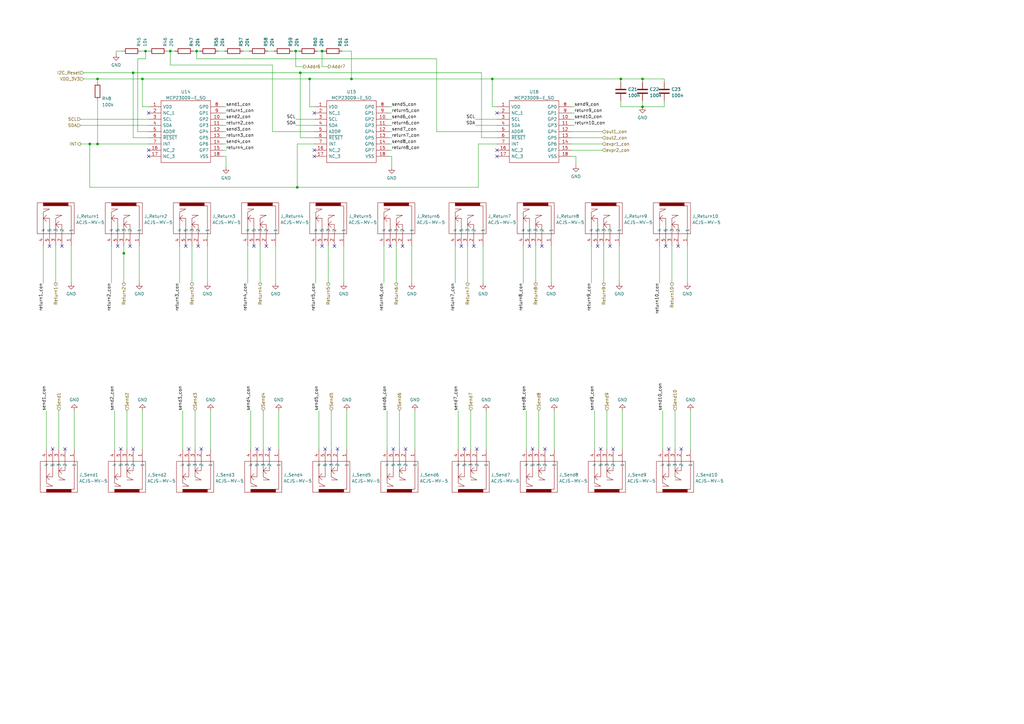
<source format=kicad_sch>
(kicad_sch (version 20211123) (generator eeschema)
  (paper "A3")
  (lib_symbols
    (symbol "Aphenol:ACJS-MV-5" (pin_names (offset 0.762))
      (property "Reference" "J_Return1" (at 8.3312 -6.7853 90))
      (property "Value" "ACJS-MV-5" (at 8.3312 -9.3222 90))
      (symbol "ACJS-MV-5_0_0"
        (pin passive line (at 19.05 -6.35 180) (length 5.08) (name "1") (number "1"))
        (pin passive line (at 19.05 -2.54 180) (length 5.08) (name "2") (number "2"))
        (pin passive line (at 19.05 0 180) (length 5.08) (name "3") (number "3"))
        (pin passive line (at 19.05 5.08 180) (length 5.08) (name "4") (number "4"))
        (pin passive line (at 19.05 2.54 180) (length 5.08) (name "5") (number "5"))
      )
      (symbol "ACJS-MV-5_0_1"
        (polyline (pts (xy 2.54 -5.08) (xy 2.54 -6.35) (xy 13.97 -6.35)) (stroke (width 0.1524)))
        (polyline (pts (xy 7.62 5.08) (xy 7.62 2.54) (xy 13.97 2.54)) (stroke (width 0.1524)))
        (polyline (pts (xy 8.89 -1.27) (xy 10.16 0) (xy 11.43 -1.27)) (stroke (width 0.1524)))
        (polyline (pts (xy 13.97 -2.54) (xy 10.16 -2.54) (xy 10.16 0)) (stroke (width 0.1524)))
        (polyline (pts (xy 7.62 5.08) (xy 6.35 3.81) (xy 7.62 5.08) (xy 8.89 3.81)) (stroke (width 0.1524)))
        (polyline (pts (xy 13.97 0) (xy 7.62 0) (xy 6.35 -2.54) (xy 6.35 0)) (stroke (width 0.1524)))
        (polyline (pts (xy 13.97 5.08) (xy 5.08 5.08) (xy 3.81 2.54) (xy 3.81 5.08)) (stroke (width 0.1524)))
        (polyline (pts (xy 1.27 7.62) (xy 13.97 7.62) (xy 13.97 -7.62) (xy 1.27 -7.62) (xy 1.27 7.62)) (stroke (width 0.1524)))
        (rectangle (start 1.27 5.08) (end 2.54 -5.08) (stroke (width 0.1524)) (fill (type outline)))
      )
    )
    (symbol "Device:C" (pin_numbers hide) (pin_names (offset 0.254))
      (property "Reference" "C" (at 0.635 2.54 0))
      (property "Value" "C" (at 0.635 -2.54 0))
      (symbol "C_0_1"
        (polyline (pts (xy -2.032 -0.762) (xy 2.032 -0.762)) (stroke (width 0.508)))
        (polyline (pts (xy -2.032 0.762) (xy 2.032 0.762)) (stroke (width 0.508)))
      )
      (symbol "C_1_1"
        (pin passive line (at 0 3.81 270) (length 2.794) (name "~") (number "1"))
        (pin passive line (at 0 -3.81 90) (length 2.794) (name "~") (number "2"))
      )
    )
    (symbol "Device:R" (pin_numbers hide) (pin_names (offset 0))
      (property "Reference" "R" (at 2.032 0 90))
      (property "Value" "R" (at 0 0 90))
      (symbol "R_0_1"
        (rectangle (start -1.016 -2.54) (end 1.016 2.54) (stroke (width 0.254)))
      )
      (symbol "R_1_1"
        (pin passive line (at 0 3.81 270) (length 1.27) (name "~") (number "1"))
        (pin passive line (at 0 -3.81 90) (length 1.27) (name "~") (number "2"))
      )
    )
    (symbol "SamacSys_Parts:MCP23009-E_SO" (pin_names (offset 0.762))
      (property "Reference" "IC" (at 26.67 7.62 0))
      (property "Value" "MCP23009-E_SO" (at 26.67 5.08 0))
      (symbol "MCP23009-E_SO_0_0"
        (pin passive line (at 0 0 0) (length 5.08) (name "VDD") (number "1"))
        (pin passive line (at 30.48 -5.08 180) (length 5.08) (name "GP2") (number "10"))
        (pin passive line (at 30.48 -7.62 180) (length 5.08) (name "GP3") (number "11"))
        (pin passive line (at 30.48 -10.16 180) (length 5.08) (name "GP4") (number "12"))
        (pin passive line (at 30.48 -12.7 180) (length 5.08) (name "GP5") (number "13"))
        (pin passive line (at 30.48 -15.24 180) (length 5.08) (name "GP6") (number "14"))
        (pin passive line (at 30.48 -17.78 180) (length 5.08) (name "GP7") (number "15"))
        (pin passive line (at 0 -17.78 0) (length 5.08) (name "NC_2") (number "16"))
        (pin passive line (at 0 -20.32 0) (length 5.08) (name "NC_3") (number "17"))
        (pin passive line (at 30.48 -20.32 180) (length 5.08) (name "VSS") (number "18"))
        (pin passive line (at 0 -2.54 0) (length 5.08) (name "NC_1") (number "2"))
        (pin passive line (at 0 -5.08 0) (length 5.08) (name "SCL") (number "3"))
        (pin passive line (at 0 -7.62 0) (length 5.08) (name "SDA") (number "4"))
        (pin passive line (at 0 -10.16 0) (length 5.08) (name "ADDR") (number "5"))
        (pin passive line (at 0 -12.7 0) (length 5.08) (name "~{RESET}") (number "6"))
        (pin passive line (at 0 -15.24 0) (length 5.08) (name "INT") (number "7"))
        (pin passive line (at 30.48 0 180) (length 5.08) (name "GP0") (number "8"))
        (pin passive line (at 30.48 -2.54 180) (length 5.08) (name "GP1") (number "9"))
      )
      (symbol "MCP23009-E_SO_0_1"
        (polyline (pts (xy 5.08 2.54) (xy 25.4 2.54) (xy 25.4 -22.86) (xy 5.08 -22.86) (xy 5.08 2.54)) (stroke (width 0.1524)))
      )
    )
    (symbol "power:GND" (power) (pin_names (offset 0))
      (property "Value" "GND" (at 0 -3.81 0))
      (symbol "GND_0_1"
        (polyline (pts (xy 0 0) (xy 0 -1.27) (xy 1.27 -1.27) (xy 0 -2.54) (xy -1.27 -1.27) (xy 0 -1.27)))
      )
      (symbol "GND_1_1"
        (pin power_in line (at 0 0 270) (length 0) hide (name "GND") (number "1"))
      )
    )
  )
  (junction (at 201.93 32.385))
  (junction (at 59.69 20.955))
  (junction (at 36.83 59.055))
  (junction (at 121.285 20.955))
  (junction (at 40.005 32.385))
  (junction (at 69.85 20.955))
  (junction (at 121.92 76.835))
  (junction (at 123.19 29.845))
  (junction (at 54.61 29.845))
  (junction (at 263.525 32.385))
  (junction (at 132.08 20.955))
  (junction (at 127 32.385))
  (junction (at 144.145 32.385))
  (junction (at 80.645 20.955))
  (junction (at 58.42 32.385))
  (junction (at 254.635 32.385))
  (junction (at 263.525 43.815))
  (junction (at 50.8 103.886))
  (junction (at 40.005 59.055))
  (no_connect (at 128.905 46.355))
  (no_connect (at 203.835 46.355))
  (no_connect (at 203.835 64.135))
  (no_connect (at 203.835 61.595))
  (no_connect (at 138.43 184.15))
  (no_connect (at 110.49 184.15))
  (no_connect (at 109.22 100.965))
  (no_connect (at 137.16 100.965))
  (no_connect (at 250.19 100.965))
  (no_connect (at 245.11 100.965))
  (no_connect (at 278.13 100.965))
  (no_connect (at 273.05 100.965))
  (no_connect (at 222.25 100.965))
  (no_connect (at 217.17 100.965))
  (no_connect (at 190.5 184.15))
  (no_connect (at 195.58 184.15))
  (no_connect (at 166.37 184.15))
  (no_connect (at 194.31 100.965))
  (no_connect (at 189.23 100.965))
  (no_connect (at 128.905 61.595))
  (no_connect (at 165.1 100.965))
  (no_connect (at 60.96 61.595))
  (no_connect (at 60.96 46.355))
  (no_connect (at 60.96 64.135))
  (no_connect (at 77.47 184.15))
  (no_connect (at 133.35 184.15))
  (no_connect (at 105.41 184.15))
  (no_connect (at 49.53 184.15))
  (no_connect (at 21.59 184.15))
  (no_connect (at 20.32 100.965))
  (no_connect (at 48.26 100.965))
  (no_connect (at 104.14 100.965))
  (no_connect (at 76.2 100.965))
  (no_connect (at 132.08 100.965))
  (no_connect (at 160.02 100.965))
  (no_connect (at 161.29 184.15))
  (no_connect (at 82.55 184.15))
  (no_connect (at 54.61 184.15))
  (no_connect (at 26.67 184.15))
  (no_connect (at 25.4 100.965))
  (no_connect (at 53.34 100.965))
  (no_connect (at 81.28 100.965))
  (no_connect (at 218.44 184.15))
  (no_connect (at 223.52 184.15))
  (no_connect (at 246.38 184.15))
  (no_connect (at 251.46 184.15))
  (no_connect (at 279.4 184.15))
  (no_connect (at 274.32 184.15))
  (no_connect (at 128.905 64.135))
  (wire (pts (xy 92.71 64.135) (xy 92.71 68.58)))
  (wire (pts (xy 91.44 53.975) (xy 92.71 53.975)))
  (wire (pts (xy 59.69 24.13) (xy 59.69 20.955)))
  (wire (pts (xy 57.785 20.955) (xy 59.69 20.955)))
  (wire (pts (xy 270.51 100.965) (xy 270.51 116.078)))
  (wire (pts (xy 179.07 24.13) (xy 179.07 53.975)))
  (wire (pts (xy 254.635 32.385) (xy 254.635 33.655)))
  (wire (pts (xy 33.02 48.895) (xy 60.96 48.895)))
  (wire (pts (xy 40.005 59.055) (xy 60.96 59.055)))
  (wire (pts (xy 234.315 53.975) (xy 247.015 53.975)))
  (wire (pts (xy 159.385 64.135) (xy 160.655 64.135)))
  (wire (pts (xy 34.29 29.845) (xy 54.61 29.845)))
  (wire (pts (xy 22.86 100.965) (xy 22.86 116.078)))
  (wire (pts (xy 121.92 76.835) (xy 196.215 76.835)))
  (wire (pts (xy 69.85 26.67) (xy 69.85 20.955)))
  (wire (pts (xy 51.054 104.14) (xy 50.8 103.886)))
  (wire (pts (xy 254.635 43.815) (xy 263.525 43.815)))
  (wire (pts (xy 121.285 20.955) (xy 122.555 20.955)))
  (wire (pts (xy 54.61 29.845) (xy 123.19 29.845)))
  (wire (pts (xy 91.44 61.595) (xy 92.71 61.595)))
  (wire (pts (xy 227.33 168.402) (xy 227.33 184.15)))
  (wire (pts (xy 57.15 100.965) (xy 57.15 116.078)))
  (wire (pts (xy 234.315 56.515) (xy 247.015 56.515)))
  (wire (pts (xy 197.485 56.515) (xy 203.835 56.515)))
  (wire (pts (xy 186.69 100.965) (xy 186.69 116.078)))
  (wire (pts (xy 196.215 76.835) (xy 196.215 59.055)))
  (wire (pts (xy 272.415 33.655) (xy 272.415 32.385)))
  (wire (pts (xy 73.66 100.965) (xy 73.66 116.078)))
  (wire (pts (xy 142.24 168.402) (xy 142.24 184.15)))
  (wire (pts (xy 199.39 168.402) (xy 199.39 184.15)))
  (wire (pts (xy 51.054 103.886) (xy 51.054 104.14)))
  (wire (pts (xy 159.385 43.815) (xy 160.655 43.815)))
  (wire (pts (xy 91.44 43.815) (xy 92.71 43.815)))
  (wire (pts (xy 69.85 20.955) (xy 71.755 20.955)))
  (wire (pts (xy 243.84 168.402) (xy 243.84 184.15)))
  (wire (pts (xy 248.92 168.402) (xy 248.92 184.15)))
  (wire (pts (xy 56.515 53.975) (xy 60.96 53.975)))
  (wire (pts (xy 80.645 20.955) (xy 80.645 24.13)))
  (wire (pts (xy 92.71 64.135) (xy 91.44 64.135)))
  (wire (pts (xy 194.945 51.435) (xy 203.835 51.435)))
  (wire (pts (xy 121.285 27.305) (xy 121.285 20.955)))
  (wire (pts (xy 144.145 32.385) (xy 201.93 32.385)))
  (wire (pts (xy 236.22 64.135) (xy 236.22 67.945)))
  (wire (pts (xy 121.92 59.055) (xy 128.905 59.055)))
  (wire (pts (xy 234.315 46.355) (xy 235.585 46.355)))
  (wire (pts (xy 47.625 22.225) (xy 47.625 20.955)))
  (wire (pts (xy 74.93 168.402) (xy 74.93 184.15)))
  (wire (pts (xy 123.19 29.845) (xy 197.485 29.845)))
  (wire (pts (xy 254 100.965) (xy 254 116.078)))
  (wire (pts (xy 129.54 100.965) (xy 129.54 116.078)))
  (wire (pts (xy 58.42 168.402) (xy 58.42 184.15)))
  (wire (pts (xy 17.78 100.965) (xy 17.78 116.078)))
  (wire (pts (xy 158.75 168.402) (xy 158.75 184.15)))
  (wire (pts (xy 128.905 43.815) (xy 127 43.815)))
  (wire (pts (xy 157.48 100.965) (xy 157.48 116.078)))
  (wire (pts (xy 58.42 43.815) (xy 58.42 32.385)))
  (wire (pts (xy 45.72 100.965) (xy 45.72 116.078)))
  (wire (pts (xy 276.86 168.402) (xy 276.86 184.15)))
  (wire (pts (xy 132.08 27.305) (xy 132.08 20.955)))
  (wire (pts (xy 30.48 168.402) (xy 30.48 184.15)))
  (wire (pts (xy 234.315 61.595) (xy 247.015 61.595)))
  (wire (pts (xy 114.3 168.402) (xy 114.3 184.15)))
  (wire (pts (xy 134.62 100.965) (xy 134.62 116.078)))
  (wire (pts (xy 275.59 100.965) (xy 275.59 116.078)))
  (wire (pts (xy 34.29 32.385) (xy 40.005 32.385)))
  (wire (pts (xy 106.68 100.965) (xy 106.68 116.078)))
  (wire (pts (xy 121.285 48.895) (xy 128.905 48.895)))
  (wire (pts (xy 163.83 168.402) (xy 163.83 184.15)))
  (wire (pts (xy 159.385 51.435) (xy 160.655 51.435)))
  (wire (pts (xy 111.76 53.975) (xy 128.905 53.975)))
  (wire (pts (xy 56.515 24.13) (xy 59.69 24.13)))
  (wire (pts (xy 236.22 64.135) (xy 234.315 64.135)))
  (wire (pts (xy 255.27 168.402) (xy 255.27 184.15)))
  (wire (pts (xy 68.58 20.955) (xy 69.85 20.955)))
  (wire (pts (xy 113.03 100.965) (xy 113.03 116.078)))
  (wire (pts (xy 234.315 51.435) (xy 235.585 51.435)))
  (wire (pts (xy 124.46 27.305) (xy 121.285 27.305)))
  (wire (pts (xy 144.145 20.955) (xy 140.335 20.955)))
  (wire (pts (xy 33.02 59.055) (xy 36.83 59.055)))
  (wire (pts (xy 47.625 20.955) (xy 50.165 20.955)))
  (wire (pts (xy 69.85 26.67) (xy 111.76 26.67)))
  (wire (pts (xy 135.89 168.402) (xy 135.89 184.15)))
  (wire (pts (xy 80.645 20.955) (xy 81.915 20.955)))
  (wire (pts (xy 159.385 46.355) (xy 160.655 46.355)))
  (wire (pts (xy 168.91 100.965) (xy 168.91 116.078)))
  (wire (pts (xy 86.36 168.402) (xy 86.36 184.15)))
  (wire (pts (xy 214.63 100.965) (xy 214.63 116.078)))
  (wire (pts (xy 120.015 20.955) (xy 121.285 20.955)))
  (wire (pts (xy 56.515 53.975) (xy 56.515 24.13)))
  (wire (pts (xy 91.44 46.355) (xy 92.71 46.355)))
  (wire (pts (xy 111.76 26.67) (xy 111.76 53.975)))
  (wire (pts (xy 80.645 24.13) (xy 179.07 24.13)))
  (wire (pts (xy 130.175 20.955) (xy 132.08 20.955)))
  (wire (pts (xy 50.8 103.886) (xy 51.054 103.886)))
  (wire (pts (xy 187.96 168.402) (xy 187.96 184.15)))
  (wire (pts (xy 121.92 76.835) (xy 121.92 59.055)))
  (wire (pts (xy 201.93 32.385) (xy 201.93 43.815)))
  (wire (pts (xy 78.74 100.965) (xy 78.74 116.078)))
  (wire (pts (xy 50.8 103.886) (xy 50.8 116.078)))
  (wire (pts (xy 36.83 76.835) (xy 121.92 76.835)))
  (wire (pts (xy 203.835 43.815) (xy 201.93 43.815)))
  (wire (pts (xy 198.12 100.965) (xy 198.12 116.078)))
  (wire (pts (xy 219.71 100.965) (xy 219.71 116.078)))
  (wire (pts (xy 254.635 41.275) (xy 254.635 43.815)))
  (wire (pts (xy 58.42 32.385) (xy 127 32.385)))
  (wire (pts (xy 160.655 64.135) (xy 160.655 68.58)))
  (wire (pts (xy 263.525 32.385) (xy 263.525 33.655)))
  (wire (pts (xy 197.485 29.845) (xy 197.485 56.515)))
  (wire (pts (xy 247.65 100.965) (xy 247.65 116.078)))
  (wire (pts (xy 159.385 53.975) (xy 160.655 53.975)))
  (wire (pts (xy 102.87 168.402) (xy 102.87 184.15)))
  (wire (pts (xy 144.145 32.385) (xy 144.145 20.955)))
  (wire (pts (xy 89.535 20.955) (xy 92.075 20.955)))
  (wire (pts (xy 127 43.815) (xy 127 32.385)))
  (wire (pts (xy 263.525 32.385) (xy 272.415 32.385)))
  (wire (pts (xy 193.04 168.402) (xy 193.04 184.15)))
  (wire (pts (xy 80.01 168.402) (xy 80.01 184.15)))
  (wire (pts (xy 159.385 56.515) (xy 160.655 56.515)))
  (wire (pts (xy 127 32.385) (xy 144.145 32.385)))
  (wire (pts (xy 91.44 51.435) (xy 92.71 51.435)))
  (wire (pts (xy 99.695 20.955) (xy 102.235 20.955)))
  (wire (pts (xy 123.19 29.845) (xy 123.19 56.515)))
  (wire (pts (xy 220.98 168.402) (xy 220.98 184.15)))
  (wire (pts (xy 263.525 43.815) (xy 263.525 41.275)))
  (wire (pts (xy 46.99 168.402) (xy 46.99 184.15)))
  (wire (pts (xy 226.06 100.965) (xy 226.06 116.078)))
  (wire (pts (xy 130.81 168.402) (xy 130.81 184.15)))
  (wire (pts (xy 242.57 100.965) (xy 242.57 116.078)))
  (wire (pts (xy 36.83 59.055) (xy 40.005 59.055)))
  (wire (pts (xy 33.02 51.435) (xy 60.96 51.435)))
  (wire (pts (xy 254.635 32.385) (xy 263.525 32.385)))
  (wire (pts (xy 91.44 56.515) (xy 92.71 56.515)))
  (wire (pts (xy 201.93 32.385) (xy 254.635 32.385)))
  (wire (pts (xy 24.13 168.402) (xy 24.13 184.15)))
  (wire (pts (xy 91.44 59.055) (xy 92.71 59.055)))
  (wire (pts (xy 40.005 32.385) (xy 58.42 32.385)))
  (wire (pts (xy 59.69 20.955) (xy 60.96 20.955)))
  (wire (pts (xy 52.07 168.402) (xy 52.07 184.15)))
  (wire (pts (xy 123.19 56.515) (xy 128.905 56.515)))
  (wire (pts (xy 179.07 53.975) (xy 203.835 53.975)))
  (wire (pts (xy 196.215 59.055) (xy 203.835 59.055)))
  (wire (pts (xy 132.08 20.955) (xy 132.715 20.955)))
  (wire (pts (xy 29.21 100.965) (xy 29.21 116.078)))
  (wire (pts (xy 283.21 168.402) (xy 283.21 184.15)))
  (wire (pts (xy 36.83 76.835) (xy 36.83 59.055)))
  (wire (pts (xy 60.96 43.815) (xy 58.42 43.815)))
  (wire (pts (xy 271.78 168.402) (xy 271.78 184.15)))
  (wire (pts (xy 91.44 48.895) (xy 92.71 48.895)))
  (wire (pts (xy 40.005 32.385) (xy 40.005 33.655)))
  (wire (pts (xy 50.8 100.965) (xy 50.8 103.886)))
  (wire (pts (xy 54.61 56.515) (xy 60.96 56.515)))
  (wire (pts (xy 234.315 48.895) (xy 235.585 48.895)))
  (wire (pts (xy 85.09 100.965) (xy 85.09 116.078)))
  (wire (pts (xy 191.77 100.965) (xy 191.77 116.078)))
  (wire (pts (xy 170.18 168.402) (xy 170.18 184.15)))
  (wire (pts (xy 215.9 168.402) (xy 215.9 184.15)))
  (wire (pts (xy 281.94 100.965) (xy 281.94 116.078)))
  (wire (pts (xy 79.375 20.955) (xy 80.645 20.955)))
  (wire (pts (xy 109.855 20.955) (xy 112.395 20.955)))
  (wire (pts (xy 263.525 43.815) (xy 272.415 43.815)))
  (wire (pts (xy 140.97 100.965) (xy 140.97 116.078)))
  (wire (pts (xy 272.415 43.815) (xy 272.415 41.275)))
  (wire (pts (xy 234.315 59.055) (xy 247.015 59.055)))
  (wire (pts (xy 101.6 100.965) (xy 101.6 116.078)))
  (wire (pts (xy 162.56 100.965) (xy 162.56 116.078)))
  (wire (pts (xy 40.005 41.275) (xy 40.005 59.055)))
  (wire (pts (xy 54.61 29.845) (xy 54.61 56.515)))
  (wire (pts (xy 159.385 59.055) (xy 160.655 59.055)))
  (wire (pts (xy 107.95 168.402) (xy 107.95 184.15)))
  (wire (pts (xy 159.385 48.895) (xy 160.655 48.895)))
  (wire (pts (xy 134.62 27.305) (xy 132.08 27.305)))
  (wire (pts (xy 121.285 51.435) (xy 128.905 51.435)))
  (wire (pts (xy 194.945 48.895) (xy 203.835 48.895)))
  (wire (pts (xy 19.05 168.402) (xy 19.05 184.15)))
  (wire (pts (xy 234.315 43.815) (xy 235.585 43.815)))
  (wire (pts (xy 159.385 61.595) (xy 160.655 61.595)))
  (label "send2_con" (at 92.71 48.895 0))
  (label "SDA" (at 121.285 51.435 180))
  (label "send8_con" (at 215.9 168.402 90))
  (label "send4_con" (at 92.71 59.055 0))
  (label "send6_con" (at 158.75 168.402 90))
  (label "return5_con" (at 160.655 46.355 0))
  (label "return9_con" (at 242.57 116.078 270))
  (label "return10_con" (at 270.51 116.078 270))
  (label "send5_con" (at 160.655 43.815 0))
  (label "send2_con" (at 46.99 168.402 90))
  (label "return6_con" (at 160.655 51.435 0))
  (label "send4_con" (at 102.87 168.402 90))
  (label "return2_con" (at 92.71 51.435 0))
  (label "return8_con" (at 160.655 61.595 0))
  (label "return3_con" (at 92.71 56.515 0))
  (label "return7_con" (at 160.655 56.515 0))
  (label "send9_con" (at 243.84 168.402 90))
  (label "return4_con" (at 92.71 61.595 0))
  (label "return8_con" (at 214.63 116.078 270))
  (label "SDA" (at 194.945 51.435 180))
  (label "return2_con" (at 45.72 116.078 270))
  (label "send10_con" (at 235.585 48.895 0))
  (label "send5_con" (at 130.81 168.402 90))
  (label "SCL" (at 121.285 48.895 180))
  (label "send7_con" (at 160.655 53.975 0))
  (label "return6_con" (at 157.48 116.078 270))
  (label "send9_con" (at 235.585 43.815 0))
  (label "return9_con" (at 235.585 46.355 0))
  (label "return10_con" (at 235.585 51.435 0))
  (label "send7_con" (at 187.96 168.402 90))
  (label "SCL" (at 194.945 48.895 180))
  (label "send10_con" (at 271.78 168.402 90))
  (label "return3_con" (at 73.66 116.078 270))
  (label "send6_con" (at 160.655 48.895 0))
  (label "send8_con" (at 160.655 59.055 0))
  (label "return7_con" (at 186.69 116.078 270))
  (label "return5_con" (at 129.54 116.078 270))
  (label "send1_con" (at 92.71 43.815 0))
  (label "send3_con" (at 92.71 53.975 0))
  (label "send3_con" (at 74.93 168.402 90))
  (label "return4_con" (at 101.6 116.078 270))
  (label "return1_con" (at 92.71 46.355 0))
  (label "return1_con" (at 17.78 116.078 270))
  (label "send1_con" (at 19.05 168.402 90))
  (hierarchical_label "Addr7" (shape output) (at 134.62 27.305 0))
  (hierarchical_label "out1_con" (shape input) (at 247.015 53.975 0))
  (hierarchical_label "Return6" (shape output) (at 162.56 116.078 270))
  (hierarchical_label "out2_con" (shape input) (at 247.015 56.515 0))
  (hierarchical_label "Return2" (shape output) (at 50.8 116.078 270))
  (hierarchical_label "Send4" (shape input) (at 107.95 168.402 90))
  (hierarchical_label "Return5" (shape output) (at 134.62 116.078 270))
  (hierarchical_label "Send8" (shape input) (at 220.98 168.402 90))
  (hierarchical_label "VDD_3V3" (shape input) (at 34.29 32.385 180))
  (hierarchical_label "Return10" (shape output) (at 275.59 116.078 270))
  (hierarchical_label "Return1" (shape output) (at 22.86 116.078 270))
  (hierarchical_label "Send5" (shape input) (at 135.89 168.402 90))
  (hierarchical_label "expr2_con" (shape input) (at 247.015 61.595 0))
  (hierarchical_label "SDA" (shape input) (at 33.02 51.435 180))
  (hierarchical_label "Addr6" (shape output) (at 124.46 27.305 0))
  (hierarchical_label "Send7" (shape input) (at 193.04 168.402 90))
  (hierarchical_label "Send3" (shape input) (at 80.01 168.402 90))
  (hierarchical_label "Return7" (shape output) (at 191.77 116.078 270))
  (hierarchical_label "Return8" (shape output) (at 219.71 116.078 270))
  (hierarchical_label "Return3" (shape output) (at 78.74 116.078 270))
  (hierarchical_label "Return9" (shape output) (at 247.65 116.078 270))
  (hierarchical_label "Send10" (shape input) (at 276.86 168.402 90))
  (hierarchical_label "Send1" (shape input) (at 24.13 168.402 90))
  (hierarchical_label "INT" (shape output) (at 33.02 59.055 180))
  (hierarchical_label "Return4" (shape output) (at 106.68 116.078 270))
  (hierarchical_label "expr1_con" (shape input) (at 247.015 59.055 0))
  (hierarchical_label "Send6" (shape input) (at 163.83 168.402 90))
  (hierarchical_label "Send2" (shape input) (at 52.07 168.402 90))
  (hierarchical_label "I2C_Reset" (shape input) (at 34.29 29.845 180))
  (hierarchical_label "Send9" (shape input) (at 248.92 168.402 90))
  (hierarchical_label "SCL" (shape input) (at 33.02 48.895 180))
  (symbol (lib_id "power:GND") (at 227.33 168.402 0) (mirror x) (unit 1)
    (property "Reference" "#PWR070" (effects hide))
    (property "Value" "GND" (at 227.33 163.9586 0))
  )
  (symbol (lib_id "power:GND") (at 168.91 116.078 0) (unit 1)
    (property "Reference" "#PWR052" (effects hide))
    (property "Value" "GND" (at 168.91 120.5214 0))
  )
  (symbol (lib_id "Aphenol:ACJS-MV-5") (at 80.01 203.2 90) (unit 1)
    (property "Reference" "J_Send3" (at 88.3412 194.7453 90) (effects (justify right)))
    (property "Value" "ACJS-MV-5" (at 88.3412 197.2822 90) (effects (justify right)))
    (property "Footprint" "SamacSys_Parts:ACJSMV5" (effects hide))
    (property "Datasheet" "http://www.amphenolaudio.com/wp-content/uploads/2015/07/55010228000152_acjx-mv-x.pdf" (effects hide))
    (property "Description" "Phone Connectors 1/4\"VERT CHASIS CONN PLSTC" (effects hide))
    (property "Height" "31.45" (effects hide))
    (property "Manufacturer_Name" "Amphenol" (effects hide))
    (property "Manufacturer_Part_Number" "ACJS-MV-5" (effects hide))
    (property "Mouser Part Number" "523-ACJS-MV-5" (effects hide))
    (property "Mouser Price/Stock" "https://www.mouser.co.uk/ProductDetail/Amphenol-Audio/ACJS-MV-5?qs=c9RBuMmXG6JIOKwHTyIaMA%3D%3D" (effects hide))
  )
  (symbol (lib_id "Aphenol:ACJS-MV-5") (at 275.59 81.915 90) (mirror x) (unit 1)
    (property "Reference" "J_Return10" (at 283.9212 88.7003 90) (effects (justify right)))
    (property "Value" "ACJS-MV-5" (at 283.9212 91.2372 90) (effects (justify right)))
    (property "Footprint" "SamacSys_Parts:ACJSMV5" (effects hide))
    (property "Datasheet" "http://www.amphenolaudio.com/wp-content/uploads/2015/07/55010228000152_acjx-mv-x.pdf" (effects hide))
    (property "Description" "Phone Connectors 1/4\"VERT CHASIS CONN PLSTC" (effects hide))
    (property "Height" "31.45" (effects hide))
    (property "Manufacturer_Name" "Amphenol" (effects hide))
    (property "Manufacturer_Part_Number" "ACJS-MV-5" (effects hide))
    (property "Mouser Part Number" "523-ACJS-MV-5" (effects hide))
    (property "Mouser Price/Stock" "https://www.mouser.co.uk/ProductDetail/Amphenol-Audio/ACJS-MV-5?qs=c9RBuMmXG6JIOKwHTyIaMA%3D%3D" (effects hide))
  )
  (symbol (lib_id "Device:R") (at 75.565 20.955 90) (unit 1)
    (property "Reference" "R47" (at 78.5403 19.177 0) (effects (justify left)))
    (property "Value" "20k" (at 81.0772 19.177 0) (effects (justify left)))
    (property "Footprint" "Resistor_SMD:R_1206_3216Metric_Pad1.30x1.75mm_HandSolder" (effects hide))
  )
  (symbol (lib_id "Aphenol:ACJS-MV-5") (at 220.98 203.2 90) (unit 1)
    (property "Reference" "J_Send8" (at 229.3112 194.7453 90) (effects (justify right)))
    (property "Value" "ACJS-MV-5" (at 229.3112 197.2822 90) (effects (justify right)))
    (property "Footprint" "SamacSys_Parts:ACJSMV5" (effects hide))
    (property "Datasheet" "http://www.amphenolaudio.com/wp-content/uploads/2015/07/55010228000152_acjx-mv-x.pdf" (effects hide))
    (property "Description" "Phone Connectors 1/4\"VERT CHASIS CONN PLSTC" (effects hide))
    (property "Height" "31.45" (effects hide))
    (property "Manufacturer_Name" "Amphenol" (effects hide))
    (property "Manufacturer_Part_Number" "ACJS-MV-5" (effects hide))
    (property "Mouser Part Number" "523-ACJS-MV-5" (effects hide))
    (property "Mouser Price/Stock" "https://www.mouser.co.uk/ProductDetail/Amphenol-Audio/ACJS-MV-5?qs=c9RBuMmXG6JIOKwHTyIaMA%3D%3D" (effects hide))
  )
  (symbol (lib_id "power:GND") (at 113.03 116.078 0) (unit 1)
    (property "Reference" "#PWR050" (effects hide))
    (property "Value" "GND" (at 113.03 120.5214 0))
  )
  (symbol (lib_id "SamacSys_Parts:MCP23009-E_SO") (at 60.96 43.815 0) (unit 1)
    (property "Reference" "U14" (at 76.2 37.626 0))
    (property "Value" "MCP23009-E_SO" (at 76.2 40.1629 0))
    (property "Footprint" "SamacSys_Parts:SOIC127P1030X265-18N" (effects hide))
    (property "Datasheet" "http://ww1.microchip.com/downloads/en/DeviceDoc/20002121C.pdf" (effects hide))
    (property "Description" "8-bit Input/Output Expander, I2C" (effects hide))
    (property "Height" "2.65" (effects hide))
    (property "Manufacturer_Name" "Microchip" (effects hide))
    (property "Manufacturer_Part_Number" "MCP23009-E/SO" (effects hide))
    (property "Mouser Part Number" "579-MCP23009-E/SO" (effects hide))
    (property "Mouser Price/Stock" "https://www.mouser.co.uk/ProductDetail/Microchip-Technology/MCP23009-E-SO?qs=WqWCsLCZBkrVROuSvxwQ1Q%3D%3D" (effects hide))
    (property "Arrow Part Number" "MCP23009-E/SO" (effects hide))
    (property "Arrow Price/Stock" "https://www.arrow.com/en/products/mcp23009-eso/microchip-technology?region=nac" (effects hide))
  )
  (symbol (lib_id "Device:R") (at 116.205 20.955 90) (unit 1)
    (property "Reference" "R59" (at 119.1803 19.177 0) (effects (justify left)))
    (property "Value" "20k" (at 121.7172 19.177 0) (effects (justify left)))
    (property "Footprint" "Resistor_SMD:R_1206_3216Metric_Pad1.30x1.75mm_HandSolder" (effects hide))
  )
  (symbol (lib_id "Aphenol:ACJS-MV-5") (at 107.95 203.2 90) (unit 1)
    (property "Reference" "J_Send4" (at 116.2812 194.7453 90) (effects (justify right)))
    (property "Value" "ACJS-MV-5" (at 116.2812 197.2822 90) (effects (justify right)))
    (property "Footprint" "SamacSys_Parts:ACJSMV5" (effects hide))
    (property "Datasheet" "http://www.amphenolaudio.com/wp-content/uploads/2015/07/55010228000152_acjx-mv-x.pdf" (effects hide))
    (property "Description" "Phone Connectors 1/4\"VERT CHASIS CONN PLSTC" (effects hide))
    (property "Height" "31.45" (effects hide))
    (property "Manufacturer_Name" "Amphenol" (effects hide))
    (property "Manufacturer_Part_Number" "ACJS-MV-5" (effects hide))
    (property "Mouser Part Number" "523-ACJS-MV-5" (effects hide))
    (property "Mouser Price/Stock" "https://www.mouser.co.uk/ProductDetail/Amphenol-Audio/ACJS-MV-5?qs=c9RBuMmXG6JIOKwHTyIaMA%3D%3D" (effects hide))
  )
  (symbol (lib_id "Aphenol:ACJS-MV-5") (at 134.62 81.915 90) (mirror x) (unit 1)
    (property "Reference" "J_Return5" (at 142.9512 88.7003 90) (effects (justify right)))
    (property "Value" "ACJS-MV-5" (at 142.9512 91.2372 90) (effects (justify right)))
    (property "Footprint" "SamacSys_Parts:ACJSMV5" (effects hide))
    (property "Datasheet" "http://www.amphenolaudio.com/wp-content/uploads/2015/07/55010228000152_acjx-mv-x.pdf" (effects hide))
    (property "Description" "Phone Connectors 1/4\"VERT CHASIS CONN PLSTC" (effects hide))
    (property "Height" "31.45" (effects hide))
    (property "Manufacturer_Name" "Amphenol" (effects hide))
    (property "Manufacturer_Part_Number" "ACJS-MV-5" (effects hide))
    (property "Mouser Part Number" "523-ACJS-MV-5" (effects hide))
    (property "Mouser Price/Stock" "https://www.mouser.co.uk/ProductDetail/Amphenol-Audio/ACJS-MV-5?qs=c9RBuMmXG6JIOKwHTyIaMA%3D%3D" (effects hide))
  )
  (symbol (lib_id "power:GND") (at 226.06 116.078 0) (unit 1)
    (property "Reference" "#PWR054" (effects hide))
    (property "Value" "GND" (at 226.06 120.5214 0))
  )
  (symbol (lib_id "Device:R") (at 40.005 37.465 0) (unit 1)
    (property "Reference" "R48" (at 41.783 40.4403 0) (effects (justify left)))
    (property "Value" "100k" (at 41.783 42.9772 0) (effects (justify left)))
    (property "Footprint" "Resistor_SMD:R_1206_3216Metric_Pad1.30x1.75mm_HandSolder" (effects hide))
  )
  (symbol (lib_id "Device:R") (at 95.885 20.955 90) (unit 1)
    (property "Reference" "R57" (at 98.8603 19.177 0) (effects (justify left)))
    (property "Value" "20k" (at 101.3972 19.177 0) (effects (justify left)))
    (property "Footprint" "Resistor_SMD:R_1206_3216Metric_Pad1.30x1.75mm_HandSolder" (effects hide))
  )
  (symbol (lib_id "power:GND") (at 160.655 68.58 0) (unit 1)
    (property "Reference" "#PWR062" (effects hide))
    (property "Value" "GND" (at 160.655 73.0234 0))
  )
  (symbol (lib_id "power:GND") (at 92.71 68.58 0) (unit 1)
    (property "Reference" "#PWR058" (effects hide))
    (property "Value" "GND" (at 92.71 73.0234 0))
  )
  (symbol (lib_id "Aphenol:ACJS-MV-5") (at 191.77 81.915 90) (mirror x) (unit 1)
    (property "Reference" "J_Return7" (at 200.1012 88.7003 90) (effects (justify right)))
    (property "Value" "ACJS-MV-5" (at 200.1012 91.2372 90) (effects (justify right)))
    (property "Footprint" "SamacSys_Parts:ACJSMV5" (effects hide))
    (property "Datasheet" "http://www.amphenolaudio.com/wp-content/uploads/2015/07/55010228000152_acjx-mv-x.pdf" (effects hide))
    (property "Description" "Phone Connectors 1/4\"VERT CHASIS CONN PLSTC" (effects hide))
    (property "Height" "31.45" (effects hide))
    (property "Manufacturer_Name" "Amphenol" (effects hide))
    (property "Manufacturer_Part_Number" "ACJS-MV-5" (effects hide))
    (property "Mouser Part Number" "523-ACJS-MV-5" (effects hide))
    (property "Mouser Price/Stock" "https://www.mouser.co.uk/ProductDetail/Amphenol-Audio/ACJS-MV-5?qs=c9RBuMmXG6JIOKwHTyIaMA%3D%3D" (effects hide))
  )
  (symbol (lib_id "power:GND") (at 57.15 116.078 0) (unit 1)
    (property "Reference" "#PWR047" (effects hide))
    (property "Value" "GND" (at 57.15 120.5214 0))
  )
  (symbol (lib_id "Aphenol:ACJS-MV-5") (at 193.04 203.2 90) (unit 1)
    (property "Reference" "J_Send7" (at 201.3712 194.7453 90) (effects (justify right)))
    (property "Value" "ACJS-MV-5" (at 201.3712 197.2822 90) (effects (justify right)))
    (property "Footprint" "SamacSys_Parts:ACJSMV5" (effects hide))
    (property "Datasheet" "http://www.amphenolaudio.com/wp-content/uploads/2015/07/55010228000152_acjx-mv-x.pdf" (effects hide))
    (property "Description" "Phone Connectors 1/4\"VERT CHASIS CONN PLSTC" (effects hide))
    (property "Height" "31.45" (effects hide))
    (property "Manufacturer_Name" "Amphenol" (effects hide))
    (property "Manufacturer_Part_Number" "ACJS-MV-5" (effects hide))
    (property "Mouser Part Number" "523-ACJS-MV-5" (effects hide))
    (property "Mouser Price/Stock" "https://www.mouser.co.uk/ProductDetail/Amphenol-Audio/ACJS-MV-5?qs=c9RBuMmXG6JIOKwHTyIaMA%3D%3D" (effects hide))
  )
  (symbol (lib_id "power:GND") (at 198.12 116.078 0) (unit 1)
    (property "Reference" "#PWR053" (effects hide))
    (property "Value" "GND" (at 198.12 120.5214 0))
  )
  (symbol (lib_id "SamacSys_Parts:MCP23009-E_SO") (at 203.835 43.815 0) (unit 1)
    (property "Reference" "U16" (at 219.075 37.626 0))
    (property "Value" "MCP23009-E_SO" (at 219.075 40.1629 0))
    (property "Footprint" "SamacSys_Parts:SOIC127P1030X265-18N" (effects hide))
    (property "Datasheet" "http://ww1.microchip.com/downloads/en/DeviceDoc/20002121C.pdf" (effects hide))
    (property "Description" "8-bit Input/Output Expander, I2C" (effects hide))
    (property "Height" "2.65" (effects hide))
    (property "Manufacturer_Name" "Microchip" (effects hide))
    (property "Manufacturer_Part_Number" "MCP23009-E/SO" (effects hide))
    (property "Mouser Part Number" "579-MCP23009-E/SO" (effects hide))
    (property "Mouser Price/Stock" "https://www.mouser.co.uk/ProductDetail/Microchip-Technology/MCP23009-E-SO?qs=WqWCsLCZBkrVROuSvxwQ1Q%3D%3D" (effects hide))
    (property "Arrow Part Number" "MCP23009-E/SO" (effects hide))
    (property "Arrow Price/Stock" "https://www.arrow.com/en/products/mcp23009-eso/microchip-technology?region=nac" (effects hide))
  )
  (symbol (lib_id "Aphenol:ACJS-MV-5") (at 78.74 81.915 90) (mirror x) (unit 1)
    (property "Reference" "J_Return3" (at 87.0712 88.7003 90) (effects (justify right)))
    (property "Value" "ACJS-MV-5" (at 87.0712 91.2372 90) (effects (justify right)))
    (property "Footprint" "SamacSys_Parts:ACJSMV5" (effects hide))
    (property "Datasheet" "http://www.amphenolaudio.com/wp-content/uploads/2015/07/55010228000152_acjx-mv-x.pdf" (effects hide))
    (property "Description" "Phone Connectors 1/4\"VERT CHASIS CONN PLSTC" (effects hide))
    (property "Height" "31.45" (effects hide))
    (property "Manufacturer_Name" "Amphenol" (effects hide))
    (property "Manufacturer_Part_Number" "ACJS-MV-5" (effects hide))
    (property "Mouser Part Number" "523-ACJS-MV-5" (effects hide))
    (property "Mouser Price/Stock" "https://www.mouser.co.uk/ProductDetail/Amphenol-Audio/ACJS-MV-5?qs=c9RBuMmXG6JIOKwHTyIaMA%3D%3D" (effects hide))
  )
  (symbol (lib_id "power:GND") (at 86.36 168.402 0) (mirror x) (unit 1)
    (property "Reference" "#PWR061" (effects hide))
    (property "Value" "GND" (at 86.36 163.9586 0))
  )
  (symbol (lib_id "power:GND") (at 142.24 168.402 0) (mirror x) (unit 1)
    (property "Reference" "#PWR064" (effects hide))
    (property "Value" "GND" (at 142.24 163.9586 0))
  )
  (symbol (lib_id "Device:C") (at 254.635 37.465 0) (unit 1)
    (property "Reference" "C21" (at 257.556 36.6303 0) (effects (justify left)))
    (property "Value" "100n" (at 257.556 39.1672 0) (effects (justify left)))
    (property "Footprint" "Capacitor_SMD:C_1206_3216Metric_Pad1.33x1.80mm_HandSolder" (effects hide))
  )
  (symbol (lib_id "power:GND") (at 281.94 116.078 0) (unit 1)
    (property "Reference" "#PWR056" (effects hide))
    (property "Value" "GND" (at 281.94 120.5214 0))
  )
  (symbol (lib_id "power:GND") (at 236.22 67.945 0) (unit 1)
    (property "Reference" "#PWR066" (effects hide))
    (property "Value" "GND" (at 236.22 72.3884 0))
  )
  (symbol (lib_id "power:GND") (at 199.39 168.402 0) (mirror x) (unit 1)
    (property "Reference" "#PWR069" (effects hide))
    (property "Value" "GND" (at 199.39 163.9586 0))
  )
  (symbol (lib_id "Device:C") (at 272.415 37.465 0) (unit 1)
    (property "Reference" "C23" (at 275.336 36.6303 0) (effects (justify left)))
    (property "Value" "100n" (at 275.336 39.1672 0) (effects (justify left)))
    (property "Footprint" "Capacitor_SMD:C_1206_3216Metric_Pad1.33x1.80mm_HandSolder" (effects hide))
  )
  (symbol (lib_id "Aphenol:ACJS-MV-5") (at 248.92 203.2 90) (unit 1)
    (property "Reference" "J_Send9" (at 257.2512 194.7453 90) (effects (justify right)))
    (property "Value" "ACJS-MV-5" (at 257.2512 197.2822 90) (effects (justify right)))
    (property "Footprint" "SamacSys_Parts:ACJSMV5" (effects hide))
    (property "Datasheet" "http://www.amphenolaudio.com/wp-content/uploads/2015/07/55010228000152_acjx-mv-x.pdf" (effects hide))
    (property "Description" "Phone Connectors 1/4\"VERT CHASIS CONN PLSTC" (effects hide))
    (property "Height" "31.45" (effects hide))
    (property "Manufacturer_Name" "Amphenol" (effects hide))
    (property "Manufacturer_Part_Number" "ACJS-MV-5" (effects hide))
    (property "Mouser Part Number" "523-ACJS-MV-5" (effects hide))
    (property "Mouser Price/Stock" "https://www.mouser.co.uk/ProductDetail/Amphenol-Audio/ACJS-MV-5?qs=c9RBuMmXG6JIOKwHTyIaMA%3D%3D" (effects hide))
  )
  (symbol (lib_id "Device:R") (at 64.77 20.955 90) (unit 1)
    (property "Reference" "R46" (at 67.7453 19.177 0) (effects (justify left)))
    (property "Value" "20k" (at 70.2822 19.177 0) (effects (justify left)))
    (property "Footprint" "Resistor_SMD:R_1206_3216Metric_Pad1.30x1.75mm_HandSolder" (effects hide))
  )
  (symbol (lib_id "power:GND") (at 283.21 168.402 0) (mirror x) (unit 1)
    (property "Reference" "#PWR072" (effects hide))
    (property "Value" "GND" (at 283.21 163.9586 0))
  )
  (symbol (lib_id "Aphenol:ACJS-MV-5") (at 163.83 203.2 90) (unit 1)
    (property "Reference" "J_Send6" (at 172.1612 194.7453 90) (effects (justify right)))
    (property "Value" "ACJS-MV-5" (at 172.1612 197.2822 90) (effects (justify right)))
    (property "Footprint" "SamacSys_Parts:ACJSMV5" (effects hide))
    (property "Datasheet" "http://www.amphenolaudio.com/wp-content/uploads/2015/07/55010228000152_acjx-mv-x.pdf" (effects hide))
    (property "Description" "Phone Connectors 1/4\"VERT CHASIS CONN PLSTC" (effects hide))
    (property "Height" "31.45" (effects hide))
    (property "Manufacturer_Name" "Amphenol" (effects hide))
    (property "Manufacturer_Part_Number" "ACJS-MV-5" (effects hide))
    (property "Mouser Part Number" "523-ACJS-MV-5" (effects hide))
    (property "Mouser Price/Stock" "https://www.mouser.co.uk/ProductDetail/Amphenol-Audio/ACJS-MV-5?qs=c9RBuMmXG6JIOKwHTyIaMA%3D%3D" (effects hide))
  )
  (symbol (lib_id "Device:R") (at 53.975 20.955 90) (unit 1)
    (property "Reference" "R45" (at 56.9503 19.177 0) (effects (justify left)))
    (property "Value" "10k" (at 59.4872 19.177 0) (effects (justify left)))
    (property "Footprint" "Resistor_SMD:R_1206_3216Metric_Pad1.30x1.75mm_HandSolder" (effects hide))
  )
  (symbol (lib_id "Device:C") (at 263.525 37.465 0) (unit 1)
    (property "Reference" "C22" (at 266.446 36.6303 0) (effects (justify left)))
    (property "Value" "100n" (at 266.446 39.1672 0) (effects (justify left)))
    (property "Footprint" "Capacitor_SMD:C_1206_3216Metric_Pad1.33x1.80mm_HandSolder" (effects hide))
  )
  (symbol (lib_id "Device:R") (at 136.525 20.955 90) (unit 1)
    (property "Reference" "R61" (at 139.5003 19.177 0) (effects (justify left)))
    (property "Value" "10k" (at 142.0372 19.177 0) (effects (justify left)))
    (property "Footprint" "Resistor_SMD:R_1206_3216Metric_Pad1.30x1.75mm_HandSolder" (effects hide))
  )
  (symbol (lib_id "power:GND") (at 263.525 43.815 0) (unit 1)
    (property "Reference" "#PWR068" (effects hide))
    (property "Value" "GND" (at 263.525 48.2584 0))
  )
  (symbol (lib_id "Aphenol:ACJS-MV-5") (at 276.86 203.2 90) (unit 1)
    (property "Reference" "J_Send10" (at 285.1912 194.7453 90) (effects (justify right)))
    (property "Value" "ACJS-MV-5" (at 285.1912 197.2822 90) (effects (justify right)))
    (property "Footprint" "SamacSys_Parts:ACJSMV5" (effects hide))
    (property "Datasheet" "http://www.amphenolaudio.com/wp-content/uploads/2015/07/55010228000152_acjx-mv-x.pdf" (effects hide))
    (property "Description" "Phone Connectors 1/4\"VERT CHASIS CONN PLSTC" (effects hide))
    (property "Height" "31.45" (effects hide))
    (property "Manufacturer_Name" "Amphenol" (effects hide))
    (property "Manufacturer_Part_Number" "ACJS-MV-5" (effects hide))
    (property "Mouser Part Number" "523-ACJS-MV-5" (effects hide))
    (property "Mouser Price/Stock" "https://www.mouser.co.uk/ProductDetail/Amphenol-Audio/ACJS-MV-5?qs=c9RBuMmXG6JIOKwHTyIaMA%3D%3D" (effects hide))
  )
  (symbol (lib_id "Aphenol:ACJS-MV-5") (at 162.56 81.915 90) (mirror x) (unit 1)
    (property "Reference" "J_Return6" (at 170.8912 88.7003 90) (effects (justify right)))
    (property "Value" "ACJS-MV-5" (at 170.8912 91.2372 90) (effects (justify right)))
    (property "Footprint" "SamacSys_Parts:ACJSMV5" (effects hide))
    (property "Datasheet" "http://www.amphenolaudio.com/wp-content/uploads/2015/07/55010228000152_acjx-mv-x.pdf" (effects hide))
    (property "Description" "Phone Connectors 1/4\"VERT CHASIS CONN PLSTC" (effects hide))
    (property "Height" "31.45" (effects hide))
    (property "Manufacturer_Name" "Amphenol" (effects hide))
    (property "Manufacturer_Part_Number" "ACJS-MV-5" (effects hide))
    (property "Mouser Part Number" "523-ACJS-MV-5" (effects hide))
    (property "Mouser Price/Stock" "https://www.mouser.co.uk/ProductDetail/Amphenol-Audio/ACJS-MV-5?qs=c9RBuMmXG6JIOKwHTyIaMA%3D%3D" (effects hide))
  )
  (symbol (lib_id "Aphenol:ACJS-MV-5") (at 24.13 203.2 90) (unit 1)
    (property "Reference" "J_Send1" (at 32.4612 194.7453 90) (effects (justify right)))
    (property "Value" "ACJS-MV-5" (at 32.4612 197.2822 90) (effects (justify right)))
    (property "Footprint" "SamacSys_Parts:ACJSMV5" (effects hide))
    (property "Datasheet" "http://www.amphenolaudio.com/wp-content/uploads/2015/07/55010228000152_acjx-mv-x.pdf" (effects hide))
    (property "Description" "Phone Connectors 1/4\"VERT CHASIS CONN PLSTC" (effects hide))
    (property "Height" "31.45" (effects hide))
    (property "Manufacturer_Name" "Amphenol" (effects hide))
    (property "Manufacturer_Part_Number" "ACJS-MV-5" (effects hide))
    (property "Mouser Part Number" "523-ACJS-MV-5" (effects hide))
    (property "Mouser Price/Stock" "https://www.mouser.co.uk/ProductDetail/Amphenol-Audio/ACJS-MV-5?qs=c9RBuMmXG6JIOKwHTyIaMA%3D%3D" (effects hide))
  )
  (symbol (lib_id "Aphenol:ACJS-MV-5") (at 22.86 81.915 90) (mirror x) (unit 1)
    (property "Reference" "J_Return1" (at 31.1912 88.7003 90) (effects (justify right)))
    (property "Value" "ACJS-MV-5" (at 31.1912 91.2372 90) (effects (justify right)))
    (property "Footprint" "SamacSys_Parts:ACJSMV5" (effects hide))
    (property "Datasheet" "http://www.amphenolaudio.com/wp-content/uploads/2015/07/55010228000152_acjx-mv-x.pdf" (effects hide))
    (property "Description" "Phone Connectors 1/4\"VERT CHASIS CONN PLSTC" (effects hide))
    (property "Height" "31.45" (effects hide))
    (property "Manufacturer_Name" "Amphenol" (effects hide))
    (property "Manufacturer_Part_Number" "ACJS-MV-5" (effects hide))
    (property "Mouser Part Number" "523-ACJS-MV-5" (effects hide))
    (property "Mouser Price/Stock" "https://www.mouser.co.uk/ProductDetail/Amphenol-Audio/ACJS-MV-5?qs=c9RBuMmXG6JIOKwHTyIaMA%3D%3D" (effects hide))
  )
  (symbol (lib_id "power:GND") (at 29.21 116.078 0) (unit 1)
    (property "Reference" "#PWR046" (effects hide))
    (property "Value" "GND" (at 29.21 120.5214 0))
  )
  (symbol (lib_id "power:GND") (at 58.42 168.402 0) (mirror x) (unit 1)
    (property "Reference" "#PWR059" (effects hide))
    (property "Value" "GND" (at 58.42 163.9586 0))
  )
  (symbol (lib_id "power:GND") (at 47.625 22.225 0) (unit 1)
    (property "Reference" "#PWR01" (effects hide))
    (property "Value" "GND" (at 47.625 26.6684 0))
  )
  (symbol (lib_id "SamacSys_Parts:MCP23009-E_SO") (at 128.905 43.815 0) (unit 1)
    (property "Reference" "U15" (at 144.145 37.626 0))
    (property "Value" "MCP23009-E_SO" (at 144.145 40.1629 0))
    (property "Footprint" "SamacSys_Parts:SOIC127P1030X265-18N" (effects hide))
    (property "Datasheet" "http://ww1.microchip.com/downloads/en/DeviceDoc/20002121C.pdf" (effects hide))
    (property "Description" "8-bit Input/Output Expander, I2C" (effects hide))
    (property "Height" "2.65" (effects hide))
    (property "Manufacturer_Name" "Microchip" (effects hide))
    (property "Manufacturer_Part_Number" "MCP23009-E/SO" (effects hide))
    (property "Mouser Part Number" "579-MCP23009-E/SO" (effects hide))
    (property "Mouser Price/Stock" "https://www.mouser.co.uk/ProductDetail/Microchip-Technology/MCP23009-E-SO?qs=WqWCsLCZBkrVROuSvxwQ1Q%3D%3D" (effects hide))
    (property "Arrow Part Number" "MCP23009-E/SO" (effects hide))
    (property "Arrow Price/Stock" "https://www.arrow.com/en/products/mcp23009-eso/microchip-technology?region=nac" (effects hide))
  )
  (symbol (lib_id "power:GND") (at 85.09 116.078 0) (unit 1)
    (property "Reference" "#PWR049" (effects hide))
    (property "Value" "GND" (at 85.09 120.5214 0))
  )
  (symbol (lib_id "power:GND") (at 255.27 168.402 0) (mirror x) (unit 1)
    (property "Reference" "#PWR071" (effects hide))
    (property "Value" "GND" (at 255.27 163.9586 0))
  )
  (symbol (lib_id "Aphenol:ACJS-MV-5") (at 52.07 203.2 90) (unit 1)
    (property "Reference" "J_Send2" (at 60.4012 194.7453 90) (effects (justify right)))
    (property "Value" "ACJS-MV-5" (at 60.4012 197.2822 90) (effects (justify right)))
    (property "Footprint" "SamacSys_Parts:ACJSMV5" (effects hide))
    (property "Datasheet" "http://www.amphenolaudio.com/wp-content/uploads/2015/07/55010228000152_acjx-mv-x.pdf" (effects hide))
    (property "Description" "Phone Connectors 1/4\"VERT CHASIS CONN PLSTC" (effects hide))
    (property "Height" "31.45" (effects hide))
    (property "Manufacturer_Name" "Amphenol" (effects hide))
    (property "Manufacturer_Part_Number" "ACJS-MV-5" (effects hide))
    (property "Mouser Part Number" "523-ACJS-MV-5" (effects hide))
    (property "Mouser Price/Stock" "https://www.mouser.co.uk/ProductDetail/Amphenol-Audio/ACJS-MV-5?qs=c9RBuMmXG6JIOKwHTyIaMA%3D%3D" (effects hide))
  )
  (symbol (lib_id "power:GND") (at 30.48 168.402 0) (mirror x) (unit 1)
    (property "Reference" "#PWR057" (effects hide))
    (property "Value" "GND" (at 30.48 163.9586 0))
  )
  (symbol (lib_id "Aphenol:ACJS-MV-5") (at 50.8 81.915 90) (mirror x) (unit 1)
    (property "Reference" "J_Return2" (at 59.1312 88.7003 90) (effects (justify right)))
    (property "Value" "ACJS-MV-5" (at 59.1312 91.2372 90) (effects (justify right)))
    (property "Footprint" "SamacSys_Parts:ACJSMV5" (effects hide))
    (property "Datasheet" "http://www.amphenolaudio.com/wp-content/uploads/2015/07/55010228000152_acjx-mv-x.pdf" (effects hide))
    (property "Description" "Phone Connectors 1/4\"VERT CHASIS CONN PLSTC" (effects hide))
    (property "Height" "31.45" (effects hide))
    (property "Manufacturer_Name" "Amphenol" (effects hide))
    (property "Manufacturer_Part_Number" "ACJS-MV-5" (effects hide))
    (property "Mouser Part Number" "523-ACJS-MV-5" (effects hide))
    (property "Mouser Price/Stock" "https://www.mouser.co.uk/ProductDetail/Amphenol-Audio/ACJS-MV-5?qs=c9RBuMmXG6JIOKwHTyIaMA%3D%3D" (effects hide))
  )
  (symbol (lib_id "power:GND") (at 114.3 168.402 0) (mirror x) (unit 1)
    (property "Reference" "#PWR063" (effects hide))
    (property "Value" "GND" (at 114.3 163.9586 0))
  )
  (symbol (lib_id "Device:R") (at 126.365 20.955 90) (unit 1)
    (property "Reference" "R60" (at 129.3403 19.177 0) (effects (justify left)))
    (property "Value" "20k" (at 131.8772 19.177 0) (effects (justify left)))
    (property "Footprint" "Resistor_SMD:R_1206_3216Metric_Pad1.30x1.75mm_HandSolder" (effects hide))
  )
  (symbol (lib_id "power:GND") (at 254 116.078 0) (unit 1)
    (property "Reference" "#PWR055" (effects hide))
    (property "Value" "GND" (at 254 120.5214 0))
  )
  (symbol (lib_id "Aphenol:ACJS-MV-5") (at 135.89 203.2 90) (unit 1)
    (property "Reference" "J_Send5" (at 144.2212 194.7453 90) (effects (justify right)))
    (property "Value" "ACJS-MV-5" (at 144.2212 197.2822 90) (effects (justify right)))
    (property "Footprint" "SamacSys_Parts:ACJSMV5" (effects hide))
    (property "Datasheet" "http://www.amphenolaudio.com/wp-content/uploads/2015/07/55010228000152_acjx-mv-x.pdf" (effects hide))
    (property "Description" "Phone Connectors 1/4\"VERT CHASIS CONN PLSTC" (effects hide))
    (property "Height" "31.45" (effects hide))
    (property "Manufacturer_Name" "Amphenol" (effects hide))
    (property "Manufacturer_Part_Number" "ACJS-MV-5" (effects hide))
    (property "Mouser Part Number" "523-ACJS-MV-5" (effects hide))
    (property "Mouser Price/Stock" "https://www.mouser.co.uk/ProductDetail/Amphenol-Audio/ACJS-MV-5?qs=c9RBuMmXG6JIOKwHTyIaMA%3D%3D" (effects hide))
  )
  (symbol (lib_id "Device:R") (at 85.725 20.955 90) (unit 1)
    (property "Reference" "R56" (at 88.7003 19.177 0) (effects (justify left)))
    (property "Value" "20k" (at 91.2372 19.177 0) (effects (justify left)))
    (property "Footprint" "Resistor_SMD:R_1206_3216Metric_Pad1.30x1.75mm_HandSolder" (effects hide))
  )
  (symbol (lib_id "power:GND") (at 140.97 116.078 0) (unit 1)
    (property "Reference" "#PWR051" (effects hide))
    (property "Value" "GND" (at 140.97 120.5214 0))
  )
  (symbol (lib_id "power:GND") (at 170.18 168.402 0) (mirror x) (unit 1)
    (property "Reference" "#PWR067" (effects hide))
    (property "Value" "GND" (at 170.18 163.9586 0))
  )
  (symbol (lib_id "Aphenol:ACJS-MV-5") (at 106.68 81.915 90) (mirror x) (unit 1)
    (property "Reference" "J_Return4" (at 115.0112 88.7003 90) (effects (justify right)))
    (property "Value" "ACJS-MV-5" (at 115.0112 91.2372 90) (effects (justify right)))
    (property "Footprint" "SamacSys_Parts:ACJSMV5" (effects hide))
    (property "Datasheet" "http://www.amphenolaudio.com/wp-content/uploads/2015/07/55010228000152_acjx-mv-x.pdf" (effects hide))
    (property "Description" "Phone Connectors 1/4\"VERT CHASIS CONN PLSTC" (effects hide))
    (property "Height" "31.45" (effects hide))
    (property "Manufacturer_Name" "Amphenol" (effects hide))
    (property "Manufacturer_Part_Number" "ACJS-MV-5" (effects hide))
    (property "Mouser Part Number" "523-ACJS-MV-5" (effects hide))
    (property "Mouser Price/Stock" "https://www.mouser.co.uk/ProductDetail/Amphenol-Audio/ACJS-MV-5?qs=c9RBuMmXG6JIOKwHTyIaMA%3D%3D" (effects hide))
  )
  (symbol (lib_id "Aphenol:ACJS-MV-5") (at 219.71 81.915 90) (mirror x) (unit 1)
    (property "Reference" "J_Return8" (at 228.0412 88.7003 90) (effects (justify right)))
    (property "Value" "ACJS-MV-5" (at 228.0412 91.2372 90) (effects (justify right)))
    (property "Footprint" "SamacSys_Parts:ACJSMV5" (effects hide))
    (property "Datasheet" "http://www.amphenolaudio.com/wp-content/uploads/2015/07/55010228000152_acjx-mv-x.pdf" (effects hide))
    (property "Description" "Phone Connectors 1/4\"VERT CHASIS CONN PLSTC" (effects hide))
    (property "Height" "31.45" (effects hide))
    (property "Manufacturer_Name" "Amphenol" (effects hide))
    (property "Manufacturer_Part_Number" "ACJS-MV-5" (effects hide))
    (property "Mouser Part Number" "523-ACJS-MV-5" (effects hide))
    (property "Mouser Price/Stock" "https://www.mouser.co.uk/ProductDetail/Amphenol-Audio/ACJS-MV-5?qs=c9RBuMmXG6JIOKwHTyIaMA%3D%3D" (effects hide))
  )
  (symbol (lib_id "Aphenol:ACJS-MV-5") (at 247.65 81.915 90) (mirror x) (unit 1)
    (property "Reference" "J_Return9" (at 255.9812 88.7003 90) (effects (justify right)))
    (property "Value" "ACJS-MV-5" (at 255.9812 91.2372 90) (effects (justify right)))
    (property "Footprint" "SamacSys_Parts:ACJSMV5" (effects hide))
    (property "Datasheet" "http://www.amphenolaudio.com/wp-content/uploads/2015/07/55010228000152_acjx-mv-x.pdf" (effects hide))
    (property "Description" "Phone Connectors 1/4\"VERT CHASIS CONN PLSTC" (effects hide))
    (property "Height" "31.45" (effects hide))
    (property "Manufacturer_Name" "Amphenol" (effects hide))
    (property "Manufacturer_Part_Number" "ACJS-MV-5" (effects hide))
    (property "Mouser Part Number" "523-ACJS-MV-5" (effects hide))
    (property "Mouser Price/Stock" "https://www.mouser.co.uk/ProductDetail/Amphenol-Audio/ACJS-MV-5?qs=c9RBuMmXG6JIOKwHTyIaMA%3D%3D" (effects hide))
  )
  (symbol (lib_id "Device:R") (at 106.045 20.955 90) (unit 1)
    (property "Reference" "R58" (at 109.0203 19.177 0) (effects (justify left)))
    (property "Value" "20k" (at 111.5572 19.177 0) (effects (justify left)))
    (property "Footprint" "Resistor_SMD:R_1206_3216Metric_Pad1.30x1.75mm_HandSolder" (effects hide))
  )
)
</source>
